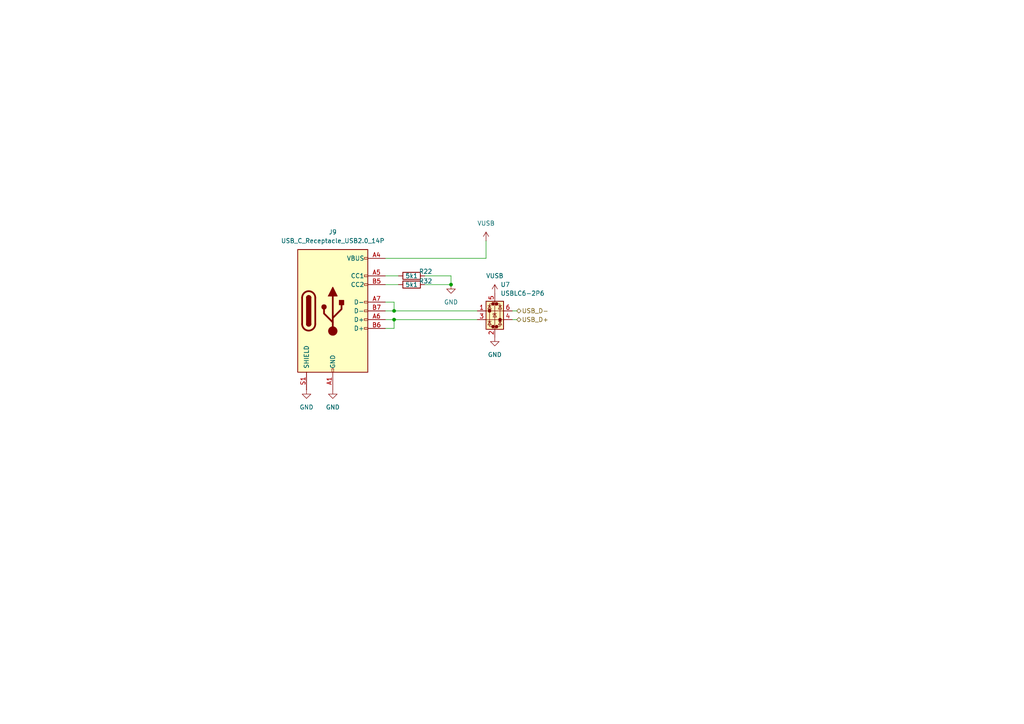
<source format=kicad_sch>
(kicad_sch (version 20231120) (generator "eeschema") (generator_version "8.0")
  (paper "A4")
  (lib_symbols
    (symbol "Connector:USB_C_Receptacle_USB2.0_14P" (pin_names (offset 1.016))
      (property "Reference" "J" (at 0 22.225 0))
      (property "Value" "USB_C_Receptacle_USB2.0_14P" (at 0 19.685 0))
      (symbol "USB_C_Receptacle_USB2.0_14P_0_0"
        (rectangle (start -0.254 -17.78) (end 0.254 -16.764))
        (rectangle (start 10.16 -4.826) (end 9.144 -5.334))
        (rectangle (start 10.16 -2.286) (end 9.144 -2.794))
        (rectangle (start 10.16 0.254) (end 9.144 -0.254))
        (rectangle (start 10.16 2.794) (end 9.144 2.286))
        (rectangle (start 10.16 7.874) (end 9.144 7.366))
        (rectangle (start 10.16 10.414) (end 9.144 9.906))
        (rectangle (start 10.16 15.494) (end 9.144 14.986))
      )
      (symbol "USB_C_Receptacle_USB2.0_14P_0_1"
        (rectangle (start -10.16 17.78) (end 10.16 -17.78) (stroke (width 0.254)) (fill (type background)))
        (arc (start -8.89 -3.81) (mid -6.985 -5.7067) (end -5.08 -3.81) (stroke (width 0.508)))
        (arc (start -7.62 -3.81) (mid -6.985 -4.4423) (end -6.35 -3.81) (stroke (width 0.254)))
        (arc (start -7.62 -3.81) (mid -6.985 -4.4423) (end -6.35 -3.81) (stroke (width 0.254)) (fill (type outline)))
        (rectangle (start -7.62 -3.81) (end -6.35 3.81) (stroke (width 0.254)) (fill (type outline)))
        (arc (start -6.35 3.81) (mid -6.985 4.4423) (end -7.62 3.81) (stroke (width 0.254)))
        (arc (start -6.35 3.81) (mid -6.985 4.4423) (end -7.62 3.81) (stroke (width 0.254)) (fill (type outline)))
        (arc (start -5.08 3.81) (mid -6.985 5.7067) (end -8.89 3.81) (stroke (width 0.508)))
        (circle (center -2.54 1.143) (radius 0.635) (stroke (width 0.254)) (fill (type outline)))
        (circle (center 0 -5.842) (radius 1.27) (fill (type outline)))
        (polyline (pts (xy -8.89 -3.81) (xy -8.89 3.81)) (stroke (width 0.508)))
        (polyline (pts (xy -5.08 3.81) (xy -5.08 -3.81)) (stroke (width 0.508)))
        (polyline (pts (xy 0 -5.842) (xy 0 4.318)) (stroke (width 0.508)))
        (polyline (pts (xy 0 -3.302) (xy -2.54 -0.762) (xy -2.54 0.508)) (stroke (width 0.508)))
        (polyline (pts (xy 0 -2.032) (xy 2.54 0.508) (xy 2.54 1.778)) (stroke (width 0.508)))
        (polyline (pts (xy -1.27 4.318) (xy 0 6.858) (xy 1.27 4.318) (xy -1.27 4.318)) (stroke (width 0.254)) (fill (type outline)))
        (rectangle (start 1.905 1.778) (end 3.175 3.048) (stroke (width 0.254)) (fill (type outline)))
      )
      (symbol "USB_C_Receptacle_USB2.0_14P_1_1"
        (pin passive line (at 0 -22.86 90) (length 5.08) (name "GND") (number "A1"))
        (pin passive line (at 0 -22.86 90) (length 5.08) hide (name "GND") (number "A12"))
        (pin passive line (at 15.24 15.24 180) (length 5.08) (name "VBUS") (number "A4"))
        (pin bidirectional line (at 15.24 10.16 180) (length 5.08) (name "CC1") (number "A5"))
        (pin bidirectional line (at 15.24 -2.54 180) (length 5.08) (name "D+") (number "A6"))
        (pin bidirectional line (at 15.24 2.54 180) (length 5.08) (name "D-") (number "A7"))
        (pin passive line (at 15.24 15.24 180) (length 5.08) hide (name "VBUS") (number "A9"))
        (pin passive line (at 0 -22.86 90) (length 5.08) hide (name "GND") (number "B1"))
        (pin passive line (at 0 -22.86 90) (length 5.08) hide (name "GND") (number "B12"))
        (pin passive line (at 15.24 15.24 180) (length 5.08) hide (name "VBUS") (number "B4"))
        (pin bidirectional line (at 15.24 7.62 180) (length 5.08) (name "CC2") (number "B5"))
        (pin bidirectional line (at 15.24 -5.08 180) (length 5.08) (name "D+") (number "B6"))
        (pin bidirectional line (at 15.24 0 180) (length 5.08) (name "D-") (number "B7"))
        (pin passive line (at 15.24 15.24 180) (length 5.08) hide (name "VBUS") (number "B9"))
        (pin passive line (at -7.62 -22.86 90) (length 5.08) (name "SHIELD") (number "S1"))
      )
    )
    (symbol "Device:R" (pin_numbers hide) (pin_names (offset 0))
      (property "Reference" "R" (at 2.032 0 90))
      (property "Value" "R" (at 0 0 90))
      (symbol "R_0_1"
        (rectangle (start -1.016 -2.54) (end 1.016 2.54) (stroke (width 0.254)))
      )
      (symbol "R_1_1"
        (pin passive line (at 0 3.81 270) (length 1.27) (name "~") (number "1"))
        (pin passive line (at 0 -3.81 90) (length 1.27) (name "~") (number "2"))
      )
    )
    (symbol "Power_Protection:USBLC6-2P6" (pin_names hide)
      (property "Reference" "U" (at 0.635 5.715 0))
      (property "Value" "USBLC6-2P6" (at 0.635 3.81 0))
      (symbol "USBLC6-2P6_0_0"
        (circle (center -1.524 0) (radius 0.0001) (stroke (width 0.508)))
        (circle (center -0.508 -4.572) (radius 0.0001) (stroke (width 0.508)))
        (circle (center -0.508 2.032) (radius 0.0001) (stroke (width 0.508)))
        (circle (center 0.508 -4.572) (radius 0.0001) (stroke (width 0.508)))
        (circle (center 0.508 2.032) (radius 0.0001) (stroke (width 0.508)))
        (circle (center 1.524 -2.54) (radius 0.0001) (stroke (width 0.508)))
      )
      (symbol "USBLC6-2P6_0_1"
        (polyline (pts (xy -2.54 -2.54) (xy 2.54 -2.54)))
        (polyline (pts (xy -2.54 0) (xy 2.54 0)))
        (polyline (pts (xy -2.032 -3.048) (xy -1.016 -3.048)))
        (polyline (pts (xy -1.016 1.524) (xy -2.032 1.524)))
        (polyline (pts (xy 1.016 -3.048) (xy 2.032 -3.048)))
        (polyline (pts (xy 1.016 1.524) (xy 2.032 1.524)))
        (polyline (pts (xy -0.508 -1.143) (xy -0.508 -0.762) (xy 0.508 -0.762)))
        (polyline (pts (xy -2.032 0.508) (xy -1.016 0.508) (xy -1.524 1.524) (xy -2.032 0.508)))
        (polyline (pts (xy -1.016 -4.064) (xy -2.032 -4.064) (xy -1.524 -3.048) (xy -1.016 -4.064)))
        (polyline (pts (xy 0.508 -1.778) (xy -0.508 -1.778) (xy 0 -0.762) (xy 0.508 -1.778)))
        (polyline (pts (xy 2.032 -4.064) (xy 1.016 -4.064) (xy 1.524 -3.048) (xy 2.032 -4.064)))
        (polyline (pts (xy 2.032 0.508) (xy 1.016 0.508) (xy 1.524 1.524) (xy 2.032 0.508)))
        (polyline (pts (xy 0 2.54) (xy -0.508 2.032) (xy 0.508 2.032) (xy 0 1.524) (xy 0 -4.064) (xy -0.508 -4.572) (xy 0.508 -4.572) (xy 0 -5.08)))
      )
      (symbol "USBLC6-2P6_1_1"
        (rectangle (start -2.54 2.794) (end 2.54 -5.334) (stroke (width 0.254)) (fill (type background)))
        (polyline (pts (xy -0.508 2.032) (xy -1.524 2.032) (xy -1.524 -4.572) (xy -0.508 -4.572)))
        (polyline (pts (xy 0.508 -4.572) (xy 1.524 -4.572) (xy 1.524 2.032) (xy 0.508 2.032)))
        (pin passive line (at -5.08 0 0) (length 2.54) (name "I/O1") (number "1"))
        (pin passive line (at 0 -7.62 90) (length 2.54) (name "GND") (number "2"))
        (pin passive line (at -5.08 -2.54 0) (length 2.54) (name "I/O2") (number "3"))
        (pin passive line (at 5.08 -2.54 180) (length 2.54) (name "I/O2") (number "4"))
        (pin passive line (at 0 5.08 270) (length 2.54) (name "VBUS") (number "5"))
        (pin passive line (at 5.08 0 180) (length 2.54) (name "I/O1") (number "6"))
      )
    )
    (symbol "power:GND" (power) (pin_numbers hide) (pin_names (offset 0) hide)
      (property "Value" "GND" (at 0 -3.81 0))
      (symbol "GND_0_1"
        (polyline (pts (xy 0 0) (xy 0 -1.27) (xy 1.27 -1.27) (xy 0 -2.54) (xy -1.27 -1.27) (xy 0 -1.27)))
      )
      (symbol "GND_1_1"
        (pin power_in line (at 0 0 270) (length 0) (name "~") (number "1"))
      )
    )
    (symbol "power:VBUS" (power) (pin_numbers hide) (pin_names (offset 0) hide)
      (property "Value" "VBUS" (at 0 3.556 0))
      (symbol "VBUS_0_1"
        (polyline (pts (xy -0.762 1.27) (xy 0 2.54)))
        (polyline (pts (xy 0 0) (xy 0 2.54)))
        (polyline (pts (xy 0 2.54) (xy 0.762 1.27)))
      )
      (symbol "VBUS_1_1"
        (pin power_in line (at 0 0 90) (length 0) (name "~") (number "1"))
      )
    )
  )
  (junction (at 114.3 90.17))
  (junction (at 130.81 82.55))
  (junction (at 114.3 92.71))
  (wire (pts (xy 111.76 74.93) (xy 140.97 74.93)))
  (wire (pts (xy 148.59 92.71) (xy 149.86 92.71)))
  (wire (pts (xy 111.76 90.17) (xy 114.3 90.17)))
  (wire (pts (xy 111.76 80.01) (xy 115.57 80.01)))
  (wire (pts (xy 130.81 80.01) (xy 130.81 82.55)))
  (wire (pts (xy 114.3 90.17) (xy 138.43 90.17)))
  (wire (pts (xy 111.76 82.55) (xy 115.57 82.55)))
  (wire (pts (xy 140.97 69.85) (xy 140.97 74.93)))
  (wire (pts (xy 123.19 80.01) (xy 130.81 80.01)))
  (wire (pts (xy 114.3 92.71) (xy 138.43 92.71)))
  (wire (pts (xy 148.59 90.17) (xy 149.86 90.17)))
  (wire (pts (xy 111.76 87.63) (xy 114.3 87.63)))
  (wire (pts (xy 111.76 92.71) (xy 114.3 92.71)))
  (wire (pts (xy 114.3 87.63) (xy 114.3 90.17)))
  (wire (pts (xy 123.19 82.55) (xy 130.81 82.55)))
  (wire (pts (xy 111.76 95.25) (xy 114.3 95.25)))
  (wire (pts (xy 114.3 95.25) (xy 114.3 92.71)))
  (hierarchical_label "USB_D-" (shape bidirectional) (at 149.86 90.17 0))
  (hierarchical_label "USB_D+" (shape bidirectional) (at 149.86 92.71 0))
  (symbol (lib_id "Power_Protection:USBLC6-2P6") (at 143.51 90.17 0) (unit 1)
    (property "Reference" "U7" (at 145.1611 82.55 0) (effects (justify left)))
    (property "Value" "USBLC6-2P6" (at 145.1611 85.09 0) (effects (justify left)))
    (property "Footprint" "Package_TO_SOT_SMD:SOT-666" (effects (hide yes)))
    (property "Datasheet" "https://www.st.com/resource/en/datasheet/usblc6-2.pdf" (effects (hide yes)))
    (property "Description" "Very low capacitance ESD protection diode, 2 data-line, SOT-666" (effects (hide yes)))
    (property "LCSC" "C2827693" (effects (hide yes)))
    (instances (project "robot-mobo" (path "" (reference "U7") (unit 1))) (project "badge" (path "" (reference "U6") (unit 1))))
  )
  (symbol (lib_id "Device:R") (at 119.38 82.55 90) (unit 1)
    (property "Reference" "R32" (at 123.444 81.534 90))
    (property "Value" "5k1" (at 119.38 82.55 90))
    (property "Footprint" "Resistor_SMD:R_0402_1005Metric" (effects (hide yes)))
    (property "Description" "Resistor" (effects (hide yes)))
    (property "LCSC" "C25905" (effects (hide yes)))
    (instances (project "robot-mobo" (path "" (reference "R32") (unit 1))) (project "badge" (path "" (reference "R27") (unit 1))))
  )
  (symbol (lib_id "power:GND") (at 88.9 113.03 0) (unit 1)
    (property "Reference" "#PWR049" (effects (hide yes)))
    (property "Value" "GND" (at 88.9 118.11 0))
    (property "Description" "Power symbol creates a global label with name \"GND\" , ground" (effects (hide yes)))
    (instances (project "robot-mobo" (path "" (reference "#PWR049") (unit 1))) (project "badge" (path "" (reference "#PWR054") (unit 1))))
  )
  (symbol (lib_id "power:GND") (at 96.52 113.03 0) (unit 1)
    (property "Reference" "#PWR050" (effects (hide yes)))
    (property "Value" "GND" (at 96.52 118.11 0))
    (property "Description" "Power symbol creates a global label with name \"GND\" , ground" (effects (hide yes)))
    (instances (project "robot-mobo" (path "" (reference "#PWR050") (unit 1))) (project "badge" (path "" (reference "#PWR055") (unit 1))))
  )
  (symbol (lib_id "power:GND") (at 143.51 97.79 0) (unit 1)
    (property "Reference" "#PWR012" (effects (hide yes)))
    (property "Value" "GND" (at 143.51 102.87 0))
    (property "Description" "Power symbol creates a global label with name \"GND\" , ground" (effects (hide yes)))
    (instances (project "robot-mobo" (path "" (reference "#PWR012") (unit 1))) (project "badge" (path "" (reference "#PWR059") (unit 1))))
  )
  (symbol (lib_id "power:GND") (at 130.81 82.55 0) (unit 1)
    (property "Reference" "#PWR053" (effects (hide yes)))
    (property "Value" "GND" (at 130.81 87.63 0))
    (property "Description" "Power symbol creates a global label with name \"GND\" , ground" (effects (hide yes)))
    (instances (project "robot-mobo" (path "" (reference "#PWR053") (unit 1))) (project "badge" (path "" (reference "#PWR056") (unit 1))))
  )
  (symbol (lib_id "power:VBUS") (at 140.97 69.85 0) (unit 1)
    (property "Reference" "#PWR055" (effects (hide yes)))
    (property "Value" "VUSB" (at 140.97 64.77 0))
    (property "Description" "Power symbol creates a global label with name \"VBUS\"" (effects (hide yes)))
    (instances (project "robot-mobo" (path "" (reference "#PWR055") (unit 1))) (project "badge" (path "" (reference "#PWR057") (unit 1))))
  )
  (symbol (lib_id "Device:R") (at 119.38 80.01 90) (unit 1)
    (property "Reference" "R22" (at 123.444 78.74 90))
    (property "Value" "5k1" (at 119.38 80.01 90))
    (property "Footprint" "Resistor_SMD:R_0402_1005Metric" (effects (hide yes)))
    (property "Description" "Resistor" (effects (hide yes)))
    (property "LCSC" "C25905" (effects (hide yes)))
    (instances (project "robot-mobo" (path "" (reference "R22") (unit 1))) (project "badge" (path "" (reference "R26") (unit 1))))
  )
  (symbol (lib_id "power:VBUS") (at 143.51 85.09 0) (unit 1)
    (property "Reference" "#PWR051" (effects (hide yes)))
    (property "Value" "VUSB" (at 143.51 80.01 0))
    (property "Description" "Power symbol creates a global label with name \"VBUS\"" (effects (hide yes)))
    (instances (project "robot-mobo" (path "" (reference "#PWR051") (unit 1))) (project "badge" (path "" (reference "#PWR058") (unit 1))))
  )
  (symbol (lib_id "Connector:USB_C_Receptacle_USB2.0_14P") (at 96.52 90.17 0) (unit 1)
    (property "Reference" "J9" (at 96.52 67.31 0))
    (property "Value" "USB_C_Receptacle_USB2.0_14P" (at 96.52 69.85 0))
    (property "Footprint" "Connector_USB:USB_C_Receptacle_GCT_USB4105-xx-A_16P_TopMnt_Horizontal" (effects (hide yes)))
    (property "Datasheet" "https://www.usb.org/sites/default/files/documents/usb_type-c.zip" (effects (hide yes)))
    (property "Description" "USB 2.0-only 14P Type-C Receptacle connector" (effects (hide yes)))
    (property "LCSC" "C2988369" (effects (hide yes)))
    (instances (project "robot-mobo" (path "" (reference "J9") (unit 1))) (project "badge" (path "" (reference "J4") (unit 1))))
  )
)
</source>
